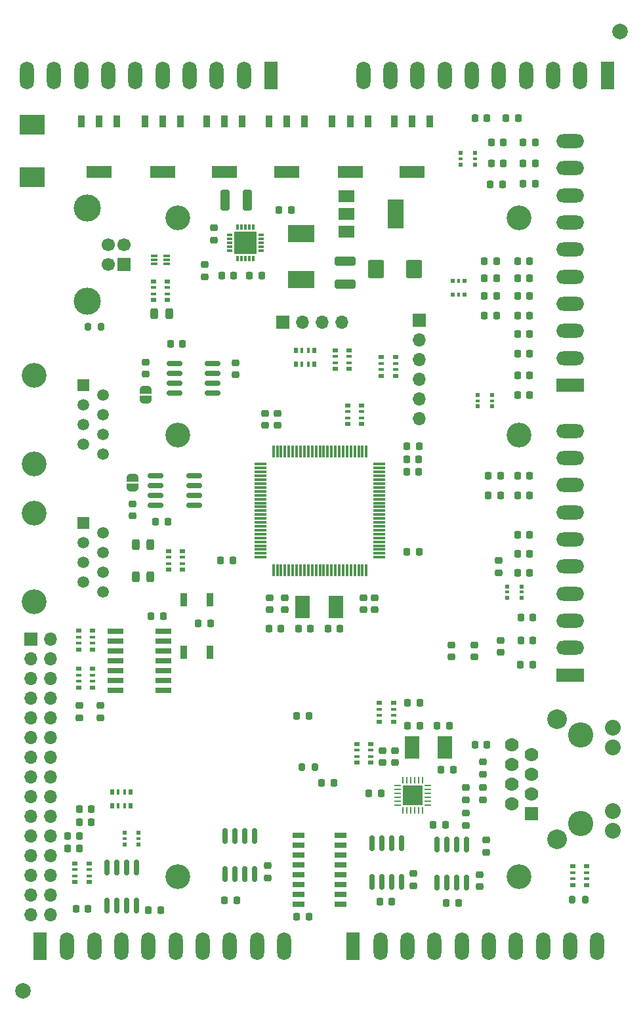
<source format=gbr>
%TF.GenerationSoftware,KiCad,Pcbnew,6.0.0-rc1-unknown-e56e61ffb5~144~ubuntu20.04.1*%
%TF.CreationDate,2021-11-28T18:30:16+01:00*%
%TF.ProjectId,Uni_Printer,556e695f-5072-4696-9e74-65722e6b6963,rev?*%
%TF.SameCoordinates,PX48009e0PY88da2e0*%
%TF.FileFunction,Soldermask,Top*%
%TF.FilePolarity,Negative*%
%FSLAX46Y46*%
G04 Gerber Fmt 4.6, Leading zero omitted, Abs format (unit mm)*
G04 Created by KiCad (PCBNEW 6.0.0-rc1-unknown-e56e61ffb5~144~ubuntu20.04.1) date 2021-11-28 18:30:16*
%MOMM*%
%LPD*%
G01*
G04 APERTURE LIST*
G04 Aperture macros list*
%AMRoundRect*
0 Rectangle with rounded corners*
0 $1 Rounding radius*
0 $2 $3 $4 $5 $6 $7 $8 $9 X,Y pos of 4 corners*
0 Add a 4 corners polygon primitive as box body*
4,1,4,$2,$3,$4,$5,$6,$7,$8,$9,$2,$3,0*
0 Add four circle primitives for the rounded corners*
1,1,$1+$1,$2,$3*
1,1,$1+$1,$4,$5*
1,1,$1+$1,$6,$7*
1,1,$1+$1,$8,$9*
0 Add four rect primitives between the rounded corners*
20,1,$1+$1,$2,$3,$4,$5,0*
20,1,$1+$1,$4,$5,$6,$7,0*
20,1,$1+$1,$6,$7,$8,$9,0*
20,1,$1+$1,$8,$9,$2,$3,0*%
%AMFreePoly0*
4,1,22,0.500000,-0.750000,0.000000,-0.750000,0.000000,-0.745033,-0.079941,-0.743568,-0.215256,-0.701293,-0.333266,-0.622738,-0.424486,-0.514219,-0.481581,-0.384460,-0.499164,-0.250000,-0.500000,-0.250000,-0.500000,0.250000,-0.499164,0.250000,-0.499963,0.256109,-0.478152,0.396186,-0.417904,0.524511,-0.324060,0.630769,-0.204165,0.706417,-0.067858,0.745374,0.000000,0.744959,0.000000,0.750000,
0.500000,0.750000,0.500000,-0.750000,0.500000,-0.750000,$1*%
%AMFreePoly1*
4,1,20,0.000000,0.744959,0.073905,0.744508,0.209726,0.703889,0.328688,0.626782,0.421226,0.519385,0.479903,0.390333,0.500000,0.250000,0.500000,-0.250000,0.499851,-0.262216,0.476331,-0.402017,0.414519,-0.529596,0.319384,-0.634700,0.198574,-0.708877,0.061801,-0.746166,0.000000,-0.745033,0.000000,-0.750000,-0.500000,-0.750000,-0.500000,0.750000,0.000000,0.750000,0.000000,0.744959,
0.000000,0.744959,$1*%
G04 Aperture macros list end*
%ADD10R,0.900000X1.700000*%
%ADD11C,3.200000*%
%ADD12RoundRect,0.225000X-0.250000X0.225000X-0.250000X-0.225000X0.250000X-0.225000X0.250000X0.225000X0*%
%ADD13RoundRect,0.218750X-0.218750X-0.256250X0.218750X-0.256250X0.218750X0.256250X-0.218750X0.256250X0*%
%ADD14RoundRect,0.218750X0.218750X0.256250X-0.218750X0.256250X-0.218750X-0.256250X0.218750X-0.256250X0*%
%ADD15RoundRect,0.218750X-0.256250X0.218750X-0.256250X-0.218750X0.256250X-0.218750X0.256250X0.218750X0*%
%ADD16RoundRect,0.218750X0.256250X-0.218750X0.256250X0.218750X-0.256250X0.218750X-0.256250X-0.218750X0*%
%ADD17RoundRect,0.243750X-0.243750X-0.456250X0.243750X-0.456250X0.243750X0.456250X-0.243750X0.456250X0*%
%ADD18RoundRect,0.225000X0.250000X-0.225000X0.250000X0.225000X-0.250000X0.225000X-0.250000X-0.225000X0*%
%ADD19RoundRect,0.225000X-0.225000X-0.250000X0.225000X-0.250000X0.225000X0.250000X-0.225000X0.250000X0*%
%ADD20R,2.032000X0.660400*%
%ADD21R,0.800000X0.500000*%
%ADD22R,0.800000X0.400000*%
%ADD23R,0.500000X0.800000*%
%ADD24R,0.400000X0.800000*%
%ADD25RoundRect,0.150000X0.825000X0.150000X-0.825000X0.150000X-0.825000X-0.150000X0.825000X-0.150000X0*%
%ADD26R,0.600000X0.600000*%
%ADD27R,0.400000X0.600000*%
%ADD28R,1.800000X3.600000*%
%ADD29O,1.800000X3.600000*%
%ADD30R,0.600000X0.400000*%
%ADD31C,2.000000*%
%ADD32R,1.950000X2.950000*%
%ADD33R,1.500000X1.500000*%
%ADD34C,1.500000*%
%ADD35R,3.600000X1.800000*%
%ADD36O,3.600000X1.800000*%
%ADD37RoundRect,0.150000X-0.150000X0.825000X-0.150000X-0.825000X0.150000X-0.825000X0.150000X0.825000X0*%
%ADD38R,3.300000X2.500000*%
%ADD39R,0.850000X0.300000*%
%ADD40R,1.700000X1.700000*%
%ADD41O,1.700000X1.700000*%
%ADD42RoundRect,0.250000X-0.325000X-1.100000X0.325000X-1.100000X0.325000X1.100000X-0.325000X1.100000X0*%
%ADD43FreePoly0,90.000000*%
%ADD44FreePoly1,90.000000*%
%ADD45R,0.900000X1.500000*%
%ADD46R,3.200000X1.500000*%
%ADD47RoundRect,0.250000X1.100000X-0.325000X1.100000X0.325000X-1.100000X0.325000X-1.100000X-0.325000X0*%
%ADD48R,0.300000X0.700000*%
%ADD49R,0.700000X0.300000*%
%ADD50R,2.950000X2.950000*%
%ADD51C,3.251200*%
%ADD52R,1.778000X1.778000*%
%ADD53C,1.778000*%
%ADD54C,2.032000*%
%ADD55C,2.540000*%
%ADD56C,1.700000*%
%ADD57C,3.500000*%
%ADD58RoundRect,0.200000X-0.200000X-0.275000X0.200000X-0.275000X0.200000X0.275000X-0.200000X0.275000X0*%
%ADD59R,1.525000X0.650000*%
%ADD60FreePoly0,270.000000*%
%ADD61FreePoly1,270.000000*%
%ADD62RoundRect,0.075000X0.075000X-0.725000X0.075000X0.725000X-0.075000X0.725000X-0.075000X-0.725000X0*%
%ADD63RoundRect,0.075000X0.725000X-0.075000X0.725000X0.075000X-0.725000X0.075000X-0.725000X-0.075000X0*%
%ADD64RoundRect,0.225000X0.225000X0.250000X-0.225000X0.250000X-0.225000X-0.250000X0.225000X-0.250000X0*%
%ADD65R,2.000000X1.500000*%
%ADD66R,2.000000X3.800000*%
%ADD67R,3.500000X2.300000*%
%ADD68RoundRect,0.062500X-0.062500X0.350000X-0.062500X-0.350000X0.062500X-0.350000X0.062500X0.350000X0*%
%ADD69RoundRect,0.062500X-0.350000X0.062500X-0.350000X-0.062500X0.350000X-0.062500X0.350000X0.062500X0*%
%ADD70R,2.600000X2.600000*%
%ADD71RoundRect,0.250000X0.787500X0.925000X-0.787500X0.925000X-0.787500X-0.925000X0.787500X-0.925000X0*%
G04 APERTURE END LIST*
D10*
X23200000Y45400000D03*
X26600000Y45400000D03*
X23200000Y52200000D03*
X26600000Y52200000D03*
D11*
X22500000Y101500000D03*
X66500000Y101500000D03*
D12*
X46400000Y52475000D03*
X46400000Y50925000D03*
D13*
X62012500Y93700000D03*
X63587500Y93700000D03*
X62912500Y108500000D03*
X64487500Y108500000D03*
X62012500Y88900000D03*
X63587500Y88900000D03*
D14*
X68587500Y108500000D03*
X67012500Y108500000D03*
X63587500Y95900000D03*
X62012500Y95900000D03*
D13*
X66312500Y88900000D03*
X67887500Y88900000D03*
D14*
X67887500Y95900000D03*
X66312500Y95900000D03*
D15*
X47900000Y52487500D03*
X47900000Y50912500D03*
D16*
X33700000Y74712500D03*
X33700000Y76287500D03*
D13*
X19612500Y62300000D03*
X21187500Y62300000D03*
D17*
X17062500Y59300000D03*
X18937500Y59300000D03*
D15*
X36300000Y52487500D03*
X36300000Y50912500D03*
D14*
X29587500Y57300000D03*
X28012500Y57300000D03*
D18*
X35300000Y74725000D03*
X35300000Y76275000D03*
D15*
X34300000Y52500000D03*
X34300000Y50925000D03*
D19*
X52025000Y68700000D03*
X53575000Y68700000D03*
X52025000Y70350000D03*
X53575000Y70350000D03*
D13*
X52012500Y72000000D03*
X53587500Y72000000D03*
D11*
X66500000Y16500000D03*
D15*
X12500000Y38587500D03*
X12500000Y37012500D03*
D11*
X22500000Y16500000D03*
D15*
X64100000Y46987500D03*
X64100000Y45412500D03*
D14*
X53687500Y38900000D03*
X52112500Y38900000D03*
X35775000Y48500000D03*
X34200000Y48500000D03*
D13*
X8212500Y20100000D03*
X9787500Y20100000D03*
D14*
X26687500Y49200000D03*
X25112500Y49200000D03*
D16*
X52900000Y15312500D03*
X52900000Y16887500D03*
D20*
X14426600Y48110000D03*
X14426600Y46840000D03*
X14426600Y45570000D03*
X14426600Y44300000D03*
X14426600Y43030000D03*
X14426600Y41760000D03*
X14426600Y40490000D03*
X20573400Y40490000D03*
X20573400Y41760000D03*
X20573400Y43030000D03*
X20573400Y44300000D03*
X20573400Y45570000D03*
X20573400Y46840000D03*
X20573400Y48110000D03*
D13*
X48512500Y13300000D03*
X50087500Y13300000D03*
D21*
X11500000Y45800000D03*
D22*
X11500000Y46600000D03*
X11500000Y47400000D03*
D21*
X11500000Y48200000D03*
X9700000Y48200000D03*
D22*
X9700000Y47400000D03*
X9700000Y46600000D03*
D21*
X9700000Y45800000D03*
D23*
X37700000Y82600000D03*
D24*
X38500000Y82600000D03*
X39300000Y82600000D03*
D23*
X40100000Y82600000D03*
X40100000Y84400000D03*
D24*
X39300000Y84400000D03*
X38500000Y84400000D03*
D23*
X37700000Y84400000D03*
D21*
X50300000Y36500000D03*
D22*
X50300000Y37300000D03*
X50300000Y38100000D03*
D21*
X50300000Y38900000D03*
X48500000Y38900000D03*
D22*
X48500000Y38100000D03*
X48500000Y37300000D03*
D21*
X48500000Y36500000D03*
X21300000Y58500000D03*
D22*
X21300000Y57700000D03*
X21300000Y56900000D03*
D21*
X21300000Y56100000D03*
X23100000Y56100000D03*
D22*
X23100000Y56900000D03*
X23100000Y57700000D03*
D21*
X23100000Y58500000D03*
D13*
X57112500Y13100000D03*
X58687500Y13100000D03*
D21*
X11500000Y40900000D03*
D22*
X11500000Y41700000D03*
X11500000Y42500000D03*
D21*
X11500000Y43300000D03*
X9700000Y43300000D03*
D22*
X9700000Y42500000D03*
X9700000Y41700000D03*
D21*
X9700000Y40900000D03*
D15*
X9800000Y38587500D03*
X9800000Y37012500D03*
D14*
X68600000Y105900000D03*
X67025000Y105900000D03*
D15*
X16600000Y64587500D03*
X16600000Y63012500D03*
D25*
X24575000Y64395000D03*
X24575000Y65665000D03*
X24575000Y66935000D03*
X24575000Y68205000D03*
X19625000Y68205000D03*
X19625000Y66935000D03*
X19625000Y65665000D03*
X19625000Y64395000D03*
D13*
X38012500Y48500000D03*
X39587500Y48500000D03*
D14*
X43400000Y48500000D03*
X41825000Y48500000D03*
D25*
X26975000Y78895000D03*
X26975000Y80165000D03*
X26975000Y81435000D03*
X26975000Y82705000D03*
X22025000Y82705000D03*
X22025000Y81435000D03*
X22025000Y80165000D03*
X22025000Y78895000D03*
D14*
X63587500Y91400000D03*
X62012500Y91400000D03*
D13*
X66712500Y47000000D03*
X68287500Y47000000D03*
D16*
X61400000Y15200000D03*
X61400000Y16775000D03*
D14*
X68275000Y43800000D03*
X66700000Y43800000D03*
D26*
X59450000Y93400000D03*
D27*
X58700000Y93400000D03*
D26*
X57950000Y93400000D03*
X57950000Y91600000D03*
D27*
X58700000Y91600000D03*
D26*
X59450000Y91600000D03*
D28*
X4700000Y7500000D03*
D29*
X8200000Y7500000D03*
X11700000Y7500000D03*
X15200000Y7500000D03*
X18700000Y7500000D03*
X22200000Y7500000D03*
X25700000Y7500000D03*
X29200000Y7500000D03*
X32700000Y7500000D03*
X36200000Y7500000D03*
D13*
X66312500Y93700000D03*
X67887500Y93700000D03*
D14*
X67887500Y91400000D03*
X66312500Y91400000D03*
D13*
X66712500Y49900000D03*
X68287500Y49900000D03*
D26*
X60800000Y108350000D03*
D30*
X60800000Y109100000D03*
D26*
X60800000Y109850000D03*
X59000000Y109850000D03*
D30*
X59000000Y109100000D03*
D26*
X59000000Y108350000D03*
D14*
X64387500Y105800000D03*
X62812500Y105800000D03*
D31*
X2500000Y1750000D03*
X79500000Y125500000D03*
D32*
X38550000Y51300000D03*
X42850000Y51300000D03*
D11*
X3950000Y81170000D03*
X3950000Y69740000D03*
D33*
X10300000Y79900000D03*
D34*
X12840000Y78630000D03*
X10300000Y77360000D03*
X12840000Y76090000D03*
X10300000Y74820000D03*
X12840000Y73550000D03*
X10300000Y72280000D03*
X12840000Y71010000D03*
D35*
X73100000Y42500000D03*
D36*
X73100000Y46000000D03*
X73100000Y49500000D03*
X73100000Y53000000D03*
X73100000Y56500000D03*
X73100000Y60000000D03*
X73100000Y63500000D03*
X73100000Y67000000D03*
X73100000Y70500000D03*
X73100000Y74000000D03*
D37*
X51305000Y20775000D03*
X50035000Y20775000D03*
X48765000Y20775000D03*
X47495000Y20775000D03*
X47495000Y15825000D03*
X48765000Y15825000D03*
X50035000Y15825000D03*
X51305000Y15825000D03*
X59705000Y20675000D03*
X58435000Y20675000D03*
X57165000Y20675000D03*
X55895000Y20675000D03*
X55895000Y15725000D03*
X57165000Y15725000D03*
X58435000Y15725000D03*
X59705000Y15725000D03*
D14*
X39387500Y11300000D03*
X37812500Y11300000D03*
D38*
X3700000Y106700000D03*
X3700000Y113500000D03*
D39*
X21000000Y95600000D03*
X21000000Y96100000D03*
X21000000Y96600000D03*
X19400000Y96600000D03*
X19400000Y96100000D03*
X19400000Y95600000D03*
D16*
X18300000Y81312500D03*
X18300000Y82887500D03*
D40*
X3500000Y47120000D03*
D41*
X6040000Y47120000D03*
X3500000Y44580000D03*
X6040000Y44580000D03*
X3500000Y42040000D03*
X6040000Y42040000D03*
X3500000Y39500000D03*
X6040000Y39500000D03*
X3500000Y36960000D03*
X6040000Y36960000D03*
X3500000Y34420000D03*
X6040000Y34420000D03*
X3500000Y31880000D03*
X6040000Y31880000D03*
X3500000Y29340000D03*
X6040000Y29340000D03*
X3500000Y26800000D03*
X6040000Y26800000D03*
X3500000Y24260000D03*
X6040000Y24260000D03*
X3500000Y21720000D03*
X6040000Y21720000D03*
X3500000Y19180000D03*
X6040000Y19180000D03*
X3500000Y16640000D03*
X6040000Y16640000D03*
X3500000Y14100000D03*
X6040000Y14100000D03*
X3500000Y11560000D03*
X6040000Y11560000D03*
D14*
X67887500Y78600000D03*
X66312500Y78600000D03*
X66387500Y114400000D03*
X64812500Y114400000D03*
D42*
X28525000Y103800000D03*
X31475000Y103800000D03*
D43*
X16600000Y66700000D03*
D44*
X16600000Y68000000D03*
D16*
X60700000Y44812500D03*
X60700000Y46387500D03*
D45*
X14600000Y113950000D03*
X12300000Y113950000D03*
X10000000Y113950000D03*
D46*
X12300000Y107450000D03*
D13*
X21512500Y85200000D03*
X23087500Y85200000D03*
D45*
X30800000Y113950000D03*
X28500000Y113950000D03*
X26200000Y113950000D03*
D46*
X28500000Y107450000D03*
D11*
X22500000Y73500000D03*
D40*
X53650000Y88275000D03*
D41*
X53650000Y85735000D03*
X53650000Y83195000D03*
X53650000Y80655000D03*
X53650000Y78115000D03*
X53650000Y75575000D03*
D14*
X68587500Y111200000D03*
X67012500Y111200000D03*
D18*
X50500000Y31225000D03*
X50500000Y32775000D03*
D45*
X22800000Y113950000D03*
X20500000Y113950000D03*
X18200000Y113950000D03*
D46*
X20500000Y107450000D03*
D15*
X59600000Y24687500D03*
X59600000Y23112500D03*
D28*
X77900000Y119900000D03*
D29*
X74400000Y119900000D03*
X70900000Y119900000D03*
X67400000Y119900000D03*
X63900000Y119900000D03*
X60400000Y119900000D03*
X56900000Y119900000D03*
X53400000Y119900000D03*
X49900000Y119900000D03*
X46400000Y119900000D03*
D13*
X66312500Y65700000D03*
X67887500Y65700000D03*
D37*
X32405000Y21775000D03*
X31135000Y21775000D03*
X29865000Y21775000D03*
X28595000Y21775000D03*
X28595000Y16825000D03*
X29865000Y16825000D03*
X31135000Y16825000D03*
X32405000Y16825000D03*
D16*
X61800000Y29712500D03*
X61800000Y31287500D03*
D14*
X64087500Y65700000D03*
X62512500Y65700000D03*
D21*
X73400000Y17800000D03*
D22*
X73400000Y17000000D03*
X73400000Y16200000D03*
D21*
X73400000Y15400000D03*
X75200000Y15400000D03*
D22*
X75200000Y16200000D03*
X75200000Y17000000D03*
D21*
X75200000Y17800000D03*
D14*
X64487500Y111200000D03*
X62912500Y111200000D03*
D45*
X38800000Y113950000D03*
X36500000Y113950000D03*
X34200000Y113950000D03*
D46*
X36500000Y107450000D03*
D45*
X55000000Y113950000D03*
X52700000Y113950000D03*
X50400000Y113950000D03*
D46*
X52700000Y107450000D03*
D13*
X37812500Y37200000D03*
X39387500Y37200000D03*
D14*
X20587500Y50100000D03*
X19012500Y50100000D03*
D21*
X21100000Y90900000D03*
D22*
X21100000Y91700000D03*
X21100000Y92500000D03*
D21*
X21100000Y93300000D03*
X19300000Y93300000D03*
D22*
X19300000Y92500000D03*
X19300000Y91700000D03*
D21*
X19300000Y90900000D03*
D17*
X17062500Y55200000D03*
X18937500Y55200000D03*
D28*
X34500000Y119900000D03*
D29*
X31000000Y119900000D03*
X27500000Y119900000D03*
X24000000Y119900000D03*
X20500000Y119900000D03*
X17000000Y119900000D03*
X13500000Y119900000D03*
X10000000Y119900000D03*
X6500000Y119900000D03*
X3000000Y119900000D03*
D26*
X15600000Y22150000D03*
D30*
X15600000Y21400000D03*
D26*
X15600000Y20650000D03*
X17400000Y20650000D03*
D30*
X17400000Y21400000D03*
D26*
X17400000Y22150000D03*
D15*
X63900000Y57287500D03*
X63900000Y55712500D03*
D28*
X45100000Y7500000D03*
D29*
X48600000Y7500000D03*
X52100000Y7500000D03*
X55600000Y7500000D03*
X59100000Y7500000D03*
X62600000Y7500000D03*
X66100000Y7500000D03*
X69600000Y7500000D03*
X73100000Y7500000D03*
X76600000Y7500000D03*
D16*
X57800000Y44812500D03*
X57800000Y46387500D03*
D47*
X44050000Y92925000D03*
X44050000Y95875000D03*
D35*
X73100000Y79900000D03*
D36*
X73100000Y83400000D03*
X73100000Y86900000D03*
X73100000Y90400000D03*
X73100000Y93900000D03*
X73100000Y97400000D03*
X73100000Y100900000D03*
X73100000Y104400000D03*
X73100000Y107900000D03*
X73100000Y111400000D03*
D21*
X44400000Y77300000D03*
D22*
X44400000Y76500000D03*
X44400000Y75700000D03*
D21*
X44400000Y74900000D03*
X46200000Y74900000D03*
D22*
X46200000Y75700000D03*
X46200000Y76500000D03*
D21*
X46200000Y77300000D03*
D13*
X28512500Y13400000D03*
X30087500Y13400000D03*
X66312500Y81200000D03*
X67887500Y81200000D03*
D48*
X32200000Y100300000D03*
X31700000Y100300000D03*
X31200000Y100300000D03*
X30700000Y100300000D03*
X30200000Y100300000D03*
D49*
X29150000Y99250000D03*
X29150000Y98750000D03*
X29150000Y98250000D03*
X29150000Y97750000D03*
X29150000Y97250000D03*
D48*
X30200000Y96200000D03*
X30700000Y96200000D03*
X31200000Y96200000D03*
X31700000Y96200000D03*
X32200000Y96200000D03*
D49*
X33250000Y97250000D03*
X33250000Y97750000D03*
X33250000Y98250000D03*
X33250000Y98750000D03*
X33250000Y99250000D03*
D50*
X31200000Y98250000D03*
D32*
X52662500Y33150000D03*
X56962500Y33150000D03*
D51*
X74450000Y34760000D03*
X74450000Y23330000D03*
D52*
X68100000Y24600000D03*
D53*
X65560000Y25870000D03*
X68100000Y27140000D03*
X65560000Y28410000D03*
X68100000Y29680000D03*
X65560000Y30950000D03*
X68100000Y32220000D03*
X65560000Y33490000D03*
D54*
X78564800Y22395400D03*
X78564800Y24935000D03*
X78564800Y33130000D03*
X78564800Y35669200D03*
D55*
X71400000Y36795000D03*
X71400000Y21295000D03*
D21*
X47350000Y31200000D03*
D22*
X47350000Y32000000D03*
X47350000Y32800000D03*
D21*
X47350000Y33600000D03*
X45550000Y33600000D03*
D22*
X45550000Y32800000D03*
X45550000Y32000000D03*
D21*
X45550000Y31200000D03*
D14*
X57987500Y30300000D03*
X56412500Y30300000D03*
D15*
X61800000Y27987500D03*
X61800000Y26412500D03*
D16*
X59600000Y26412500D03*
X59600000Y27987500D03*
D40*
X15500000Y95500000D03*
D56*
X15500000Y98000000D03*
X13500000Y98000000D03*
X13500000Y95500000D03*
D57*
X10790000Y102770000D03*
X10790000Y90730000D03*
D58*
X10875000Y87400000D03*
X12525000Y87400000D03*
D15*
X27100000Y100187500D03*
X27100000Y98612500D03*
D14*
X53687500Y36000000D03*
X52112500Y36000000D03*
D26*
X66800000Y52450000D03*
D30*
X66800000Y53200000D03*
D26*
X66800000Y53950000D03*
X65000000Y53950000D03*
D30*
X65000000Y53200000D03*
D26*
X65000000Y52450000D03*
D40*
X36000000Y88000000D03*
D41*
X38540000Y88000000D03*
X41080000Y88000000D03*
X43620000Y88000000D03*
D13*
X9312500Y12300000D03*
X10887500Y12300000D03*
D11*
X66500000Y73500000D03*
D15*
X62300000Y21187500D03*
X62300000Y19612500D03*
D23*
X14000000Y25650000D03*
D24*
X14800000Y25650000D03*
X15600000Y25650000D03*
D23*
X16400000Y25650000D03*
X16400000Y27450000D03*
D24*
X15600000Y27450000D03*
X14800000Y27450000D03*
D23*
X14000000Y27450000D03*
D45*
X47000000Y113950000D03*
X44700000Y113950000D03*
X42400000Y113950000D03*
D46*
X44700000Y107450000D03*
D13*
X47112500Y27275000D03*
X48687500Y27275000D03*
X18700000Y12200000D03*
X20275000Y12200000D03*
X60812500Y114400000D03*
X62387500Y114400000D03*
D11*
X3950000Y63370000D03*
X3950000Y51940000D03*
D33*
X10300000Y62100000D03*
D34*
X12840000Y60830000D03*
X10300000Y59560000D03*
X12840000Y58290000D03*
X10300000Y57020000D03*
X12840000Y55750000D03*
X10300000Y54480000D03*
X12840000Y53210000D03*
D58*
X38475000Y30600000D03*
X40125000Y30600000D03*
D18*
X29900000Y81225000D03*
X29900000Y82775000D03*
D59*
X43482000Y12955000D03*
X43482000Y14225000D03*
X43482000Y15495000D03*
X43482000Y16765000D03*
X43482000Y18035000D03*
X43482000Y19305000D03*
X43482000Y20575000D03*
X43482000Y21845000D03*
X38058000Y21845000D03*
X38058000Y20575000D03*
X38058000Y19305000D03*
X38058000Y18035000D03*
X38058000Y16765000D03*
X38058000Y15495000D03*
X38058000Y14225000D03*
X38058000Y12955000D03*
D13*
X55912500Y36000000D03*
X57487500Y36000000D03*
D60*
X18300000Y79350000D03*
D61*
X18300000Y78050000D03*
D15*
X25900000Y95487500D03*
X25900000Y93912500D03*
D19*
X8250000Y21700000D03*
X9800000Y21700000D03*
D14*
X62387500Y33500000D03*
X60812500Y33500000D03*
X42587500Y28600000D03*
X41012500Y28600000D03*
D62*
X34800000Y56025000D03*
X35300000Y56025000D03*
X35800000Y56025000D03*
X36300000Y56025000D03*
X36800000Y56025000D03*
X37300000Y56025000D03*
X37800000Y56025000D03*
X38300000Y56025000D03*
X38800000Y56025000D03*
X39300000Y56025000D03*
X39800000Y56025000D03*
X40300000Y56025000D03*
X40800000Y56025000D03*
X41300000Y56025000D03*
X41800000Y56025000D03*
X42300000Y56025000D03*
X42800000Y56025000D03*
X43300000Y56025000D03*
X43800000Y56025000D03*
X44300000Y56025000D03*
X44800000Y56025000D03*
X45300000Y56025000D03*
X45800000Y56025000D03*
X46300000Y56025000D03*
X46800000Y56025000D03*
D63*
X48475000Y57700000D03*
X48475000Y58200000D03*
X48475000Y58700000D03*
X48475000Y59200000D03*
X48475000Y59700000D03*
X48475000Y60200000D03*
X48475000Y60700000D03*
X48475000Y61200000D03*
X48475000Y61700000D03*
X48475000Y62200000D03*
X48475000Y62700000D03*
X48475000Y63200000D03*
X48475000Y63700000D03*
X48475000Y64200000D03*
X48475000Y64700000D03*
X48475000Y65200000D03*
X48475000Y65700000D03*
X48475000Y66200000D03*
X48475000Y66700000D03*
X48475000Y67200000D03*
X48475000Y67700000D03*
X48475000Y68200000D03*
X48475000Y68700000D03*
X48475000Y69200000D03*
X48475000Y69700000D03*
D62*
X46800000Y71375000D03*
X46300000Y71375000D03*
X45800000Y71375000D03*
X45300000Y71375000D03*
X44800000Y71375000D03*
X44300000Y71375000D03*
X43800000Y71375000D03*
X43300000Y71375000D03*
X42800000Y71375000D03*
X42300000Y71375000D03*
X41800000Y71375000D03*
X41300000Y71375000D03*
X40800000Y71375000D03*
X40300000Y71375000D03*
X39800000Y71375000D03*
X39300000Y71375000D03*
X38800000Y71375000D03*
X38300000Y71375000D03*
X37800000Y71375000D03*
X37300000Y71375000D03*
X36800000Y71375000D03*
X36300000Y71375000D03*
X35800000Y71375000D03*
X35300000Y71375000D03*
X34800000Y71375000D03*
D63*
X33125000Y69700000D03*
X33125000Y69200000D03*
X33125000Y68700000D03*
X33125000Y68200000D03*
X33125000Y67700000D03*
X33125000Y67200000D03*
X33125000Y66700000D03*
X33125000Y66200000D03*
X33125000Y65700000D03*
X33125000Y65200000D03*
X33125000Y64700000D03*
X33125000Y64200000D03*
X33125000Y63700000D03*
X33125000Y63200000D03*
X33125000Y62700000D03*
X33125000Y62200000D03*
X33125000Y61700000D03*
X33125000Y61200000D03*
X33125000Y60700000D03*
X33125000Y60200000D03*
X33125000Y59700000D03*
X33125000Y59200000D03*
X33125000Y58700000D03*
X33125000Y58200000D03*
X33125000Y57700000D03*
D64*
X56975000Y23200000D03*
X55425000Y23200000D03*
D13*
X66312500Y86500000D03*
X67887500Y86500000D03*
D58*
X73375000Y13550000D03*
X75025000Y13550000D03*
D13*
X66312500Y58100000D03*
X67887500Y58100000D03*
D14*
X33287500Y94000000D03*
X31712500Y94000000D03*
D13*
X66312500Y68200000D03*
X67887500Y68200000D03*
D26*
X63000000Y77150000D03*
D30*
X63000000Y77900000D03*
D26*
X63000000Y78650000D03*
X61200000Y78650000D03*
D30*
X61200000Y77900000D03*
D26*
X61200000Y77150000D03*
D13*
X66312500Y84000000D03*
X67887500Y84000000D03*
X35512500Y102500000D03*
X37087500Y102500000D03*
D16*
X34100000Y16312500D03*
X34100000Y17887500D03*
D14*
X29687500Y94000000D03*
X28112500Y94000000D03*
D65*
X44250000Y104300000D03*
D66*
X50550000Y102000000D03*
D65*
X44250000Y102000000D03*
X44250000Y99700000D03*
D13*
X52012500Y58400000D03*
X53587500Y58400000D03*
D18*
X48900000Y31225000D03*
X48900000Y32775000D03*
D67*
X38400000Y99500000D03*
X38400000Y93500000D03*
D21*
X50550000Y81100000D03*
D22*
X50550000Y81900000D03*
X50550000Y82700000D03*
D21*
X50550000Y83500000D03*
X48750000Y83500000D03*
D22*
X48750000Y82700000D03*
X48750000Y81900000D03*
D21*
X48750000Y81100000D03*
D17*
X19462500Y89100000D03*
X21337500Y89100000D03*
D68*
X54050000Y28937500D03*
X53550000Y28937500D03*
X53050000Y28937500D03*
X52550000Y28937500D03*
X52050000Y28937500D03*
X51550000Y28937500D03*
D69*
X50862500Y28250000D03*
X50862500Y27750000D03*
X50862500Y27250000D03*
X50862500Y26750000D03*
X50862500Y26250000D03*
X50862500Y25750000D03*
D68*
X51550000Y25062500D03*
X52050000Y25062500D03*
X52550000Y25062500D03*
X53050000Y25062500D03*
X53550000Y25062500D03*
X54050000Y25062500D03*
D69*
X54737500Y25750000D03*
X54737500Y26250000D03*
X54737500Y26750000D03*
X54737500Y27250000D03*
X54737500Y27750000D03*
X54737500Y28250000D03*
D70*
X52800000Y27000000D03*
D21*
X11000000Y15800000D03*
D22*
X11000000Y16600000D03*
X11000000Y17400000D03*
D21*
X11000000Y18200000D03*
X9200000Y18200000D03*
D22*
X9200000Y17400000D03*
X9200000Y16600000D03*
D21*
X9200000Y15800000D03*
D19*
X9775000Y25200000D03*
X11325000Y25200000D03*
D13*
X62512500Y68200000D03*
X64087500Y68200000D03*
X66312500Y60600000D03*
X67887500Y60600000D03*
D14*
X67887500Y55700000D03*
X66312500Y55700000D03*
D19*
X9775000Y23500000D03*
X11325000Y23500000D03*
D37*
X17105000Y17675000D03*
X15835000Y17675000D03*
X14565000Y17675000D03*
X13295000Y17675000D03*
X13295000Y12725000D03*
X14565000Y12725000D03*
X15835000Y12725000D03*
X17105000Y12725000D03*
D21*
X44550000Y82000000D03*
D22*
X44550000Y82800000D03*
X44550000Y83600000D03*
D21*
X44550000Y84400000D03*
X42750000Y84400000D03*
D22*
X42750000Y83600000D03*
X42750000Y82800000D03*
D21*
X42750000Y82000000D03*
D71*
X52962500Y94900000D03*
X48037500Y94900000D03*
M02*

</source>
